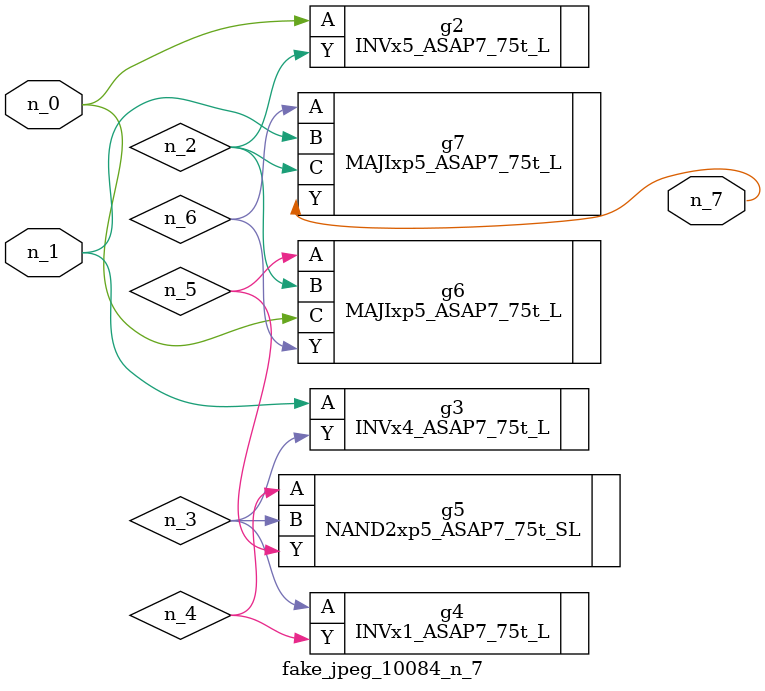
<source format=v>
module fake_jpeg_10084_n_7 (n_0, n_1, n_7);

input n_0;
input n_1;

output n_7;

wire n_3;
wire n_2;
wire n_4;
wire n_6;
wire n_5;

INVx5_ASAP7_75t_L g2 ( 
.A(n_0),
.Y(n_2)
);

INVx4_ASAP7_75t_L g3 ( 
.A(n_1),
.Y(n_3)
);

INVx1_ASAP7_75t_L g4 ( 
.A(n_3),
.Y(n_4)
);

NAND2xp5_ASAP7_75t_SL g5 ( 
.A(n_4),
.B(n_3),
.Y(n_5)
);

MAJIxp5_ASAP7_75t_L g6 ( 
.A(n_5),
.B(n_2),
.C(n_0),
.Y(n_6)
);

MAJIxp5_ASAP7_75t_L g7 ( 
.A(n_6),
.B(n_1),
.C(n_2),
.Y(n_7)
);


endmodule
</source>
